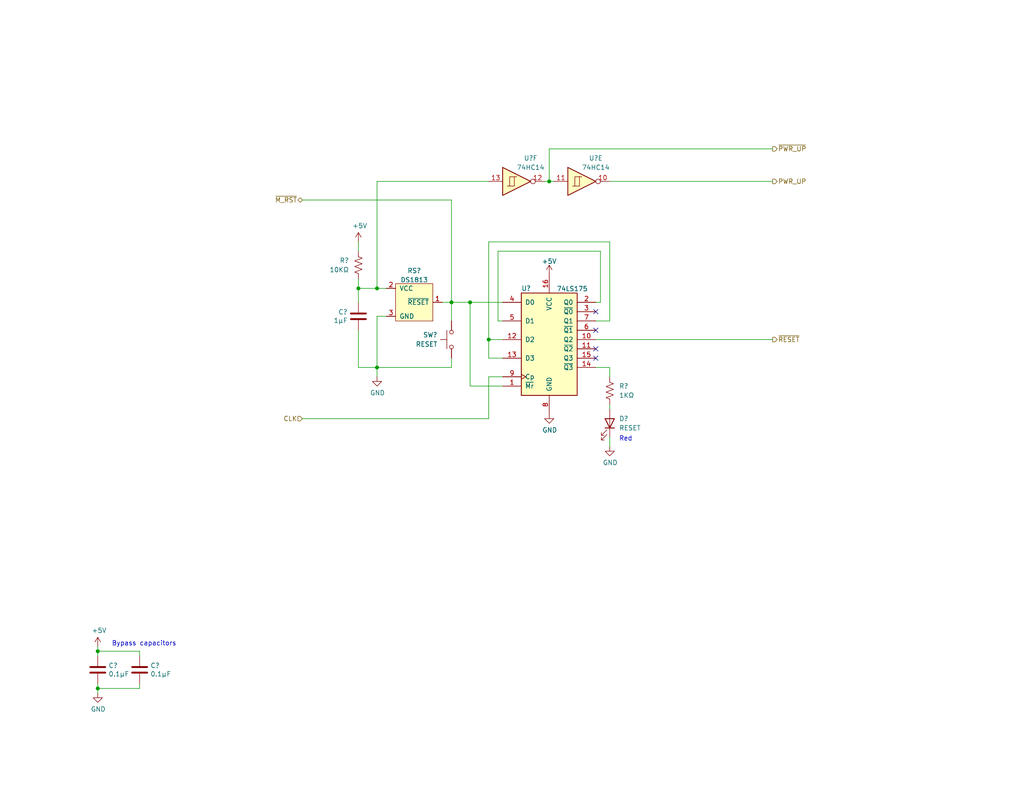
<source format=kicad_sch>
(kicad_sch (version 20211123) (generator eeschema)
  (paper "USLetter")
  (title_block (title "Reset circuit with 3 clock cycle delay") (date "2022-09-30") (rev "1"))
  (lib_symbols
    (symbol "0_Z80_Library:DS1813" (pin_names (offset 1.016))
      (property "Reference" "RS" (at 0 2.54 0))
      (property "Value" "DS1813" (at 0 0 0))
      (symbol "DS1813_0_1"
        (rectangle (start 5.08 -1.27) (end -5.08 -11.43) (fill (type background)))
      )
      (symbol "DS1813_1_1"
        (pin output line (at 7.62 -6.35 180) (length 2.54) (name "~{RESET}") (number "1"))
        (pin input line (at -7.62 -2.54 0) (length 2.54) (name "VCC") (number "2"))
        (pin power_in line (at -7.62 -10.16 0) (length 2.54) (name "GND") (number "3"))
      )
    )
    (symbol "74xx:74HC14" (pin_names (offset 1.016))
      (property "Reference" "U" (at 0 1.27 0))
      (property "Value" "74HC14" (at 0 -1.27 0))
      (symbol "74HC14_1_0"
        (polyline (pts (xy -3.81 3.81) (xy -3.81 -3.81) (xy 3.81 0) (xy -3.81 3.81)) (stroke (width 0.254)) (fill (type background)))
        (pin input line (at -7.62 0 0) (length 3.81) (name "~") (number "1"))
        (pin output inverted (at 7.62 0 180) (length 3.81) (name "~") (number "2"))
      )
      (symbol "74HC14_1_1"
        (polyline (pts (xy -1.905 -1.27) (xy -1.905 1.27) (xy -0.635 1.27)))
        (polyline (pts (xy -2.54 -1.27) (xy -0.635 -1.27) (xy -0.635 1.27) (xy 0 1.27)))
      )
      (symbol "74HC14_2_0"
        (polyline (pts (xy -3.81 3.81) (xy -3.81 -3.81) (xy 3.81 0) (xy -3.81 3.81)) (stroke (width 0.254)) (fill (type background)))
        (pin input line (at -7.62 0 0) (length 3.81) (name "~") (number "3"))
        (pin output inverted (at 7.62 0 180) (length 3.81) (name "~") (number "4"))
      )
      (symbol "74HC14_2_1"
        (polyline (pts (xy -1.905 -1.27) (xy -1.905 1.27) (xy -0.635 1.27)))
        (polyline (pts (xy -2.54 -1.27) (xy -0.635 -1.27) (xy -0.635 1.27) (xy 0 1.27)))
      )
      (symbol "74HC14_3_0"
        (polyline (pts (xy -3.81 3.81) (xy -3.81 -3.81) (xy 3.81 0) (xy -3.81 3.81)) (stroke (width 0.254)) (fill (type background)))
        (pin input line (at -7.62 0 0) (length 3.81) (name "~") (number "5"))
        (pin output inverted (at 7.62 0 180) (length 3.81) (name "~") (number "6"))
      )
      (symbol "74HC14_3_1"
        (polyline (pts (xy -1.905 -1.27) (xy -1.905 1.27) (xy -0.635 1.27)))
        (polyline (pts (xy -2.54 -1.27) (xy -0.635 -1.27) (xy -0.635 1.27) (xy 0 1.27)))
      )
      (symbol "74HC14_4_0"
        (polyline (pts (xy -3.81 3.81) (xy -3.81 -3.81) (xy 3.81 0) (xy -3.81 3.81)) (stroke (width 0.254)) (fill (type background)))
        (pin output inverted (at 7.62 0 180) (length 3.81) (name "~") (number "8"))
        (pin input line (at -7.62 0 0) (length 3.81) (name "~") (number "9"))
      )
      (symbol "74HC14_4_1"
        (polyline (pts (xy -1.905 -1.27) (xy -1.905 1.27) (xy -0.635 1.27)))
        (polyline (pts (xy -2.54 -1.27) (xy -0.635 -1.27) (xy -0.635 1.27) (xy 0 1.27)))
      )
      (symbol "74HC14_5_0"
        (polyline (pts (xy -3.81 3.81) (xy -3.81 -3.81) (xy 3.81 0) (xy -3.81 3.81)) (stroke (width 0.254)) (fill (type background)))
        (pin output inverted (at 7.62 0 180) (length 3.81) (name "~") (number "10"))
        (pin input line (at -7.62 0 0) (length 3.81) (name "~") (number "11"))
      )
      (symbol "74HC14_5_1"
        (polyline (pts (xy -1.905 -1.27) (xy -1.905 1.27) (xy -0.635 1.27)))
        (polyline (pts (xy -2.54 -1.27) (xy -0.635 -1.27) (xy -0.635 1.27) (xy 0 1.27)))
      )
      (symbol "74HC14_6_0"
        (polyline (pts (xy -3.81 3.81) (xy -3.81 -3.81) (xy 3.81 0) (xy -3.81 3.81)) (stroke (width 0.254)) (fill (type background)))
        (pin output inverted (at 7.62 0 180) (length 3.81) (name "~") (number "12"))
        (pin input line (at -7.62 0 0) (length 3.81) (name "~") (number "13"))
      )
      (symbol "74HC14_6_1"
        (polyline (pts (xy -1.905 -1.27) (xy -1.905 1.27) (xy -0.635 1.27)))
        (polyline (pts (xy -2.54 -1.27) (xy -0.635 -1.27) (xy -0.635 1.27) (xy 0 1.27)))
      )
      (symbol "74HC14_7_0"
        (pin power_in line (at 0 12.7 270) (length 5.08) (name "VCC") (number "14"))
        (pin power_in line (at 0 -12.7 90) (length 5.08) (name "GND") (number "7"))
      )
      (symbol "74HC14_7_1"
        (rectangle (start -5.08 7.62) (end 5.08 -7.62) (stroke (width 0.254)) (fill (type background)))
      )
    )
    (symbol "74xx:74LS175" (pin_names (offset 1.016))
      (property "Reference" "U" (at -7.62 13.97 0))
      (property "Value" "74LS175" (at -7.62 -16.51 0))
      (symbol "74LS175_1_0"
        (pin input line (at -12.7 -12.7 0) (length 5.08) (name "~{Mr}") (number "1"))
        (pin output line (at 12.7 0 180) (length 5.08) (name "Q2") (number "10"))
        (pin output line (at 12.7 -2.54 180) (length 5.08) (name "~{Q2}") (number "11"))
        (pin input line (at -12.7 0 0) (length 5.08) (name "D2") (number "12"))
        (pin input line (at -12.7 -5.08 0) (length 5.08) (name "D3") (number "13"))
        (pin output line (at 12.7 -7.62 180) (length 5.08) (name "~{Q3}") (number "14"))
        (pin output line (at 12.7 -5.08 180) (length 5.08) (name "Q3") (number "15"))
        (pin power_in line (at 0 17.78 270) (length 5.08) (name "VCC") (number "16"))
        (pin output line (at 12.7 10.16 180) (length 5.08) (name "Q0") (number "2"))
        (pin output line (at 12.7 7.62 180) (length 5.08) (name "~{Q0}") (number "3"))
        (pin input line (at -12.7 10.16 0) (length 5.08) (name "D0") (number "4"))
        (pin input line (at -12.7 5.08 0) (length 5.08) (name "D1") (number "5"))
        (pin output line (at 12.7 2.54 180) (length 5.08) (name "~{Q1}") (number "6"))
        (pin output line (at 12.7 5.08 180) (length 5.08) (name "Q1") (number "7"))
        (pin power_in line (at 0 -20.32 90) (length 5.08) (name "GND") (number "8"))
        (pin input clock (at -12.7 -10.16 0) (length 5.08) (name "Cp") (number "9"))
      )
      (symbol "74LS175_1_1"
        (rectangle (start -7.62 12.7) (end 7.62 -15.24) (stroke (width 0.254)) (fill (type background)))
      )
    )
    (symbol "Device:C" (pin_numbers hide) (pin_names (offset 0.254))
      (property "Reference" "C" (at 0.635 2.54 0))
      (property "Value" "C" (at 0.635 -2.54 0))
      (symbol "C_0_1"
        (polyline (pts (xy -2.032 -0.762) (xy 2.032 -0.762)) (stroke (width 0.508)))
        (polyline (pts (xy -2.032 0.762) (xy 2.032 0.762)) (stroke (width 0.508)))
      )
      (symbol "C_1_1"
        (pin passive line (at 0 3.81 270) (length 2.794) (name "~") (number "1"))
        (pin passive line (at 0 -3.81 90) (length 2.794) (name "~") (number "2"))
      )
    )
    (symbol "Device:LED" (pin_numbers hide) (pin_names (offset 1.016) hide)
      (property "Reference" "D" (at 0 2.54 0))
      (property "Value" "LED" (at 0 -2.54 0))
      (symbol "LED_0_1"
        (polyline (pts (xy -1.27 -1.27) (xy -1.27 1.27)) (stroke (width 0.254)))
        (polyline (pts (xy -1.27 0) (xy 1.27 0)))
        (polyline (pts (xy 1.27 -1.27) (xy 1.27 1.27) (xy -1.27 0) (xy 1.27 -1.27)) (stroke (width 0.254)))
        (polyline (pts (xy -3.048 -0.762) (xy -4.572 -2.286) (xy -3.81 -2.286) (xy -4.572 -2.286) (xy -4.572 -1.524)))
        (polyline (pts (xy -1.778 -0.762) (xy -3.302 -2.286) (xy -2.54 -2.286) (xy -3.302 -2.286) (xy -3.302 -1.524)))
      )
      (symbol "LED_1_1"
        (pin passive line (at -3.81 0 0) (length 2.54) (name "K") (number "1"))
        (pin passive line (at 3.81 0 180) (length 2.54) (name "A") (number "2"))
      )
    )
    (symbol "Device:R_US" (pin_numbers hide) (pin_names (offset 0))
      (property "Reference" "R" (at 2.54 0 90))
      (property "Value" "R_US" (at -2.54 0 90))
      (symbol "R_US_0_1"
        (polyline (pts (xy 0 -2.286) (xy 0 -2.54)))
        (polyline (pts (xy 0 2.286) (xy 0 2.54)))
        (polyline (pts (xy 0 -0.762) (xy 1.016 -1.143) (xy 0 -1.524) (xy -1.016 -1.905) (xy 0 -2.286)))
        (polyline (pts (xy 0 0.762) (xy 1.016 0.381) (xy 0 0) (xy -1.016 -0.381) (xy 0 -0.762)))
        (polyline (pts (xy 0 2.286) (xy 1.016 1.905) (xy 0 1.524) (xy -1.016 1.143) (xy 0 0.762)))
      )
      (symbol "R_US_1_1"
        (pin passive line (at 0 3.81 270) (length 1.27) (name "~") (number "1"))
        (pin passive line (at 0 -3.81 90) (length 1.27) (name "~") (number "2"))
      )
    )
    (symbol "Switch:SW_Push" (pin_numbers hide) (pin_names (offset 1.016) hide)
      (property "Reference" "SW" (at 1.27 2.54 0))
      (property "Value" "SW_Push" (at 0 -1.524 0))
      (symbol "SW_Push_0_1"
        (circle (center -2.032 0) (radius 0.508))
        (polyline (pts (xy 0 1.27) (xy 0 3.048)))
        (polyline (pts (xy 2.54 1.27) (xy -2.54 1.27)))
        (circle (center 2.032 0) (radius 0.508))
        (pin passive line (at -5.08 0 0) (length 2.54) (name "1") (number "1"))
        (pin passive line (at 5.08 0 180) (length 2.54) (name "2") (number "2"))
      )
    )
    (symbol "power:+5V" (power) (pin_names (offset 0))
      (property "Value" "+5V" (at 0 3.556 0))
      (symbol "+5V_0_1"
        (polyline (pts (xy -0.762 1.27) (xy 0 2.54)))
        (polyline (pts (xy 0 0) (xy 0 2.54)))
        (polyline (pts (xy 0 2.54) (xy 0.762 1.27)))
      )
      (symbol "+5V_1_1"
        (pin power_in line (at 0 0 90) (length 0) hide (name "+5V") (number "1"))
      )
    )
    (symbol "power:GND" (power) (pin_names (offset 0))
      (property "Value" "GND" (at 0 -3.81 0))
      (symbol "GND_0_1"
        (polyline (pts (xy 0 0) (xy 0 -1.27) (xy 1.27 -1.27) (xy 0 -2.54) (xy -1.27 -1.27) (xy 0 -1.27)))
      )
      (symbol "GND_1_1"
        (pin power_in line (at 0 0 270) (length 0) hide (name "GND") (number "1"))
      )
    )
  )
  (junction (at 26.67 177.8))
  (junction (at 102.87 78.74))
  (junction (at 26.67 187.96))
  (junction (at 123.19 82.55))
  (junction (at 149.86 49.53))
  (junction (at 102.87 100.33))
  (junction (at 133.35 92.71))
  (junction (at 97.79 78.74))
  (junction (at 128.27 82.55))
  (no_connect (at 162.56 85.09))
  (no_connect (at 162.56 95.25))
  (no_connect (at 162.56 97.79))
  (no_connect (at 162.56 90.17))
  (wire (pts (xy 137.16 102.87) (xy 133.35 102.87)))
  (wire (pts (xy 123.19 82.55) (xy 123.19 54.61)))
  (wire (pts (xy 166.37 87.63) (xy 166.37 66.04)))
  (wire (pts (xy 149.86 40.64) (xy 210.82 40.64)))
  (wire (pts (xy 133.35 102.87) (xy 133.35 114.3)))
  (wire (pts (xy 128.27 82.55) (xy 128.27 105.41)))
  (wire (pts (xy 26.67 187.96) (xy 38.1 187.96)))
  (wire (pts (xy 38.1 186.69) (xy 38.1 187.96)))
  (wire (pts (xy 149.86 49.53) (xy 151.13 49.53)))
  (wire (pts (xy 163.83 68.58) (xy 135.89 68.58)))
  (wire (pts (xy 26.67 176.53) (xy 26.67 177.8)))
  (wire (pts (xy 102.87 86.36) (xy 102.87 100.33)))
  (wire (pts (xy 166.37 111.76) (xy 166.37 110.49)))
  (wire (pts (xy 133.35 66.04) (xy 133.35 92.71)))
  (wire (pts (xy 105.41 86.36) (xy 102.87 86.36)))
  (wire (pts (xy 166.37 66.04) (xy 133.35 66.04)))
  (wire (pts (xy 26.67 177.8) (xy 26.67 179.07)))
  (wire (pts (xy 128.27 105.41) (xy 137.16 105.41)))
  (wire (pts (xy 38.1 177.8) (xy 26.67 177.8)))
  (wire (pts (xy 123.19 87.63) (xy 123.19 82.55)))
  (wire (pts (xy 166.37 100.33) (xy 166.37 102.87)))
  (wire (pts (xy 97.79 100.33) (xy 102.87 100.33)))
  (wire (pts (xy 123.19 82.55) (xy 128.27 82.55)))
  (wire (pts (xy 148.59 49.53) (xy 149.86 49.53)))
  (wire (pts (xy 166.37 49.53) (xy 210.82 49.53)))
  (wire (pts (xy 102.87 49.53) (xy 102.87 78.74)))
  (wire (pts (xy 133.35 92.71) (xy 137.16 92.71)))
  (wire (pts (xy 120.65 82.55) (xy 123.19 82.55)))
  (wire (pts (xy 166.37 100.33) (xy 162.56 100.33)))
  (wire (pts (xy 102.87 100.33) (xy 123.19 100.33)))
  (wire (pts (xy 26.67 186.69) (xy 26.67 187.96)))
  (wire (pts (xy 97.79 66.04) (xy 97.79 68.58)))
  (wire (pts (xy 38.1 179.07) (xy 38.1 177.8)))
  (wire (pts (xy 97.79 78.74) (xy 102.87 78.74)))
  (wire (pts (xy 82.55 54.61) (xy 123.19 54.61)))
  (wire (pts (xy 102.87 49.53) (xy 133.35 49.53)))
  (wire (pts (xy 149.86 49.53) (xy 149.86 40.64)))
  (wire (pts (xy 97.79 90.17) (xy 97.79 100.33)))
  (wire (pts (xy 128.27 82.55) (xy 137.16 82.55)))
  (wire (pts (xy 135.89 87.63) (xy 137.16 87.63)))
  (wire (pts (xy 123.19 97.79) (xy 123.19 100.33)))
  (wire (pts (xy 162.56 82.55) (xy 163.83 82.55)))
  (wire (pts (xy 162.56 87.63) (xy 166.37 87.63)))
  (wire (pts (xy 133.35 92.71) (xy 133.35 97.79)))
  (wire (pts (xy 133.35 97.79) (xy 137.16 97.79)))
  (wire (pts (xy 97.79 78.74) (xy 97.79 76.2)))
  (wire (pts (xy 166.37 121.92) (xy 166.37 119.38)))
  (wire (pts (xy 102.87 102.87) (xy 102.87 100.33)))
  (wire (pts (xy 135.89 68.58) (xy 135.89 87.63)))
  (wire (pts (xy 102.87 78.74) (xy 105.41 78.74)))
  (wire (pts (xy 82.55 114.3) (xy 133.35 114.3)))
  (wire (pts (xy 162.56 92.71) (xy 210.82 92.71)))
  (wire (pts (xy 26.67 187.96) (xy 26.67 189.23)))
  (wire (pts (xy 97.79 82.55) (xy 97.79 78.74)))
  (wire (pts (xy 163.83 82.55) (xy 163.83 68.58)))
  (text "Bypass capacitors" (at 30.48 176.53 0) (effects (font (size 1.27 1.27)) (justify left bottom)))
  (text "Red" (at 168.886 120.602 0) (effects (font (size 1.27 1.27)) (justify left bottom)))
  (hierarchical_label "~{PWR_UP}" (shape output) (at 210.82 40.64 0))
  (hierarchical_label "~{RESET}" (shape output) (at 210.82 92.71 0))
  (hierarchical_label "PWR_UP" (shape output) (at 210.82 49.53 0))
  (hierarchical_label "~{M_RST}" (shape bidirectional) (at 82.55 54.61 180))
  (hierarchical_label "CLK" (shape input) (at 82.55 114.3 180))
  (symbol (lib_id "Device:C") (at 97.79 86.36 0) (mirror y) (unit 1)
    (property "Reference" "C?" (at 94.869 85.1916 0) (effects (justify left)))
    (property "Value" "1µF" (at 94.869 87.503 0) (effects (justify left)))
    (property "Footprint" "Capacitor_THT:C_Disc_D3.0mm_W1.6mm_P2.50mm" (effects hide))
  )
  (symbol (lib_id "power:GND") (at 102.87 102.87 0) (unit 1)
    (property "Reference" "#PWR?" (effects hide))
    (property "Value" "GND" (at 102.997 107.2642 0))
  )
  (symbol (lib_id "power:+5V") (at 97.79 66.04 0) (unit 1)
    (property "Reference" "#PWR?" (effects hide))
    (property "Value" "+5V" (at 98.171 61.6458 0))
  )
  (symbol (lib_id "Switch:SW_Push") (at 123.19 92.71 90) (mirror x) (unit 1)
    (property "Reference" "SW?" (at 119.38 91.44 90) (effects (justify left)))
    (property "Value" "RESET" (at 119.38 93.98 90) (effects (justify left)))
    (property "Footprint" "Button_Switch_THT:SW_PUSH_6mm" (effects hide))
  )
  (symbol (lib_id "Device:R_US") (at 97.79 72.39 180) (unit 1)
    (property "Reference" "R?" (at 95.25 71.12 0) (effects (justify left)))
    (property "Value" "10KΩ" (at 95.25 73.66 0) (effects (justify left)))
    (property "Footprint" "Resistor_THT:R_Axial_DIN0207_L6.3mm_D2.5mm_P10.16mm_Horizontal" (effects hide))
  )
  (symbol (lib_id "74xx:74HC14") (at 158.75 49.53 0) (unit 5)
    (property "Reference" "U?" (at 162.56 43.18 0))
    (property "Value" "74HC14" (at 162.56 45.72 0))
    (property "Footprint" "Package_DIP:DIP-14_W7.62mm_Socket" (effects hide))
    (property "Datasheet" "http://www.ti.com/lit/gpn/sn74HC14" (effects hide))
  )
  (symbol (lib_id "power:+5V") (at 26.67 176.53 0) (unit 1)
    (property "Reference" "#PWR?" (effects hide))
    (property "Value" "+5V" (at 27.051 172.1358 0))
  )
  (symbol (lib_id "power:GND") (at 149.86 113.03 0) (unit 1)
    (property "Reference" "#PWR?" (effects hide))
    (property "Value" "GND" (at 149.987 117.4242 0))
  )
  (symbol (lib_id "Device:C") (at 26.67 182.88 0) (unit 1)
    (property "Reference" "C?" (at 29.591 181.7116 0) (effects (justify left)))
    (property "Value" "0.1µF" (at 29.591 184.023 0) (effects (justify left)))
    (property "Footprint" "Capacitor_THT:C_Disc_D3.0mm_W1.6mm_P2.50mm" (effects hide))
  )
  (symbol (lib_id "0_Z80_Library:DS1813") (at 113.03 76.2 0) (unit 1)
    (property "Reference" "RS?" (at 113.03 73.8972 0))
    (property "Value" "DS1813" (at 113.03 76.4341 0))
    (property "Footprint" "Package_TO_SOT_THT:TO-92L_Inline_Wide" (effects hide))
  )
  (symbol (lib_id "Device:LED") (at 166.37 115.57 270) (mirror x) (unit 1)
    (property "Reference" "D?" (at 168.91 114.3 90) (effects (justify left)))
    (property "Value" "RESET" (at 168.91 116.84 90) (effects (justify left)))
    (property "Footprint" "LED_THT:LED_D3.0mm" (effects hide))
  )
  (symbol (lib_id "74xx:74LS175") (at 149.86 92.71 0) (unit 1)
    (property "Reference" "U?" (at 142.24 78.74 0) (effects (justify left)))
    (property "Value" "74LS175" (at 151.8794 78.8471 0) (effects (justify left)))
    (property "Footprint" "Package_DIP:DIP-16_W7.62mm_Socket" (effects hide))
    (property "Datasheet" "http://www.ti.com/lit/gpn/sn74LS175" (effects hide))
  )
  (symbol (lib_id "power:GND") (at 26.67 189.23 0) (unit 1)
    (property "Reference" "#PWR?" (effects hide))
    (property "Value" "GND" (at 26.797 193.6242 0))
  )
  (symbol (lib_id "power:GND") (at 166.37 121.92 0) (unit 1)
    (property "Reference" "#PWR?" (effects hide))
    (property "Value" "GND" (at 166.497 126.3142 0))
  )
  (symbol (lib_id "74xx:74HC14") (at 140.97 49.53 0) (unit 6)
    (property "Reference" "U?" (at 144.78 43.18 0))
    (property "Value" "74HC14" (at 144.78 45.72 0))
    (property "Footprint" "Package_DIP:DIP-14_W7.62mm_Socket" (effects hide))
    (property "Datasheet" "http://www.ti.com/lit/gpn/sn74HC14" (effects hide))
  )
  (symbol (lib_id "power:+5V") (at 149.86 74.93 0) (unit 1)
    (property "Reference" "#PWR?" (effects hide))
    (property "Value" "+5V" (at 149.86 71.3542 0))
  )
  (symbol (lib_id "Device:R_US") (at 166.37 106.68 0) (unit 1)
    (property "Reference" "R?" (at 168.91 105.41 0) (effects (justify left)))
    (property "Value" "1KΩ" (at 168.91 107.95 0) (effects (justify left)))
    (property "Footprint" "Resistor_THT:R_Axial_DIN0207_L6.3mm_D2.5mm_P10.16mm_Horizontal" (effects hide))
  )
  (symbol (lib_id "Device:C") (at 38.1 182.88 0) (unit 1)
    (property "Reference" "C?" (at 41.021 181.7116 0) (effects (justify left)))
    (property "Value" "0.1µF" (at 41.021 184.023 0) (effects (justify left)))
    (property "Footprint" "Capacitor_THT:C_Disc_D3.0mm_W1.6mm_P2.50mm" (effects hide))
  )
)
</source>
